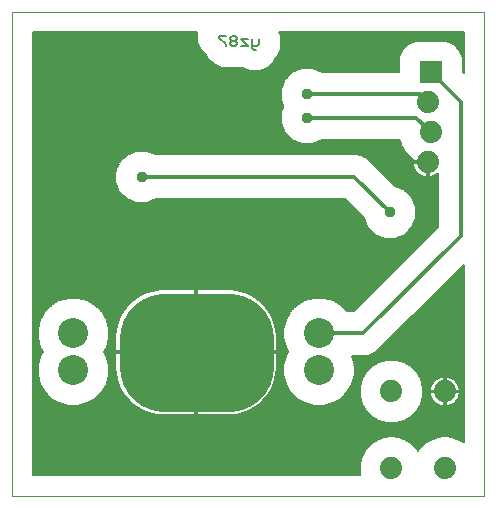
<source format=gbl>
G75*
%MOIN*%
%OFA0B0*%
%FSLAX25Y25*%
%IPPOS*%
%LPD*%
%AMOC8*
5,1,8,0,0,1.08239X$1,22.5*
%
%ADD10C,0.00000*%
%ADD11C,0.00600*%
%ADD12C,0.10000*%
%ADD13C,0.29528*%
%ADD14R,0.07400X0.07400*%
%ADD15C,0.07400*%
%ADD16C,0.01200*%
%ADD17C,0.03765*%
D10*
X0001300Y0013125D02*
X0001300Y0174542D01*
X0158780Y0174542D01*
X0158780Y0013125D01*
X0001300Y0013125D01*
D11*
X0008200Y0020025D02*
X0008200Y0167642D01*
X0063159Y0167642D01*
X0063159Y0164434D01*
X0064255Y0161788D01*
X0066123Y0159921D01*
X0066524Y0158952D01*
X0068549Y0156927D01*
X0071196Y0155831D01*
X0077859Y0155831D01*
X0077897Y0155793D01*
X0080544Y0154697D01*
X0083975Y0154697D01*
X0086621Y0155793D01*
X0088647Y0157818D01*
X0089048Y0158786D01*
X0089214Y0158952D01*
X0089781Y0159520D01*
X0090877Y0162166D01*
X0090877Y0166732D01*
X0090500Y0167642D01*
X0151880Y0167642D01*
X0151880Y0153966D01*
X0151534Y0154312D01*
X0151534Y0159378D01*
X0150483Y0161914D01*
X0148542Y0163855D01*
X0146006Y0164906D01*
X0135861Y0164906D01*
X0133325Y0163855D01*
X0131384Y0161914D01*
X0130334Y0159378D01*
X0130334Y0154483D01*
X0104569Y0154483D01*
X0101472Y0155766D01*
X0097978Y0155766D01*
X0094750Y0154428D01*
X0092280Y0151958D01*
X0090943Y0148730D01*
X0090943Y0145236D01*
X0091850Y0143046D01*
X0090943Y0140856D01*
X0090943Y0137362D01*
X0092280Y0134134D01*
X0094750Y0131663D01*
X0097978Y0130326D01*
X0101472Y0130326D01*
X0104569Y0131609D01*
X0130683Y0131609D01*
X0131056Y0130214D01*
X0132452Y0127797D01*
X0134425Y0125824D01*
X0135054Y0125460D01*
X0134934Y0124699D01*
X0134934Y0124606D01*
X0136535Y0124606D01*
X0136842Y0124428D01*
X0138419Y0124006D01*
X0134934Y0124006D01*
X0134934Y0123912D01*
X0135057Y0123135D01*
X0135300Y0122386D01*
X0135657Y0121685D01*
X0136120Y0121048D01*
X0136677Y0120492D01*
X0137313Y0120029D01*
X0138015Y0119672D01*
X0138763Y0119429D01*
X0139540Y0119306D01*
X0139634Y0119306D01*
X0139634Y0123706D01*
X0140234Y0123706D01*
X0140234Y0119306D01*
X0140327Y0119306D01*
X0141105Y0119429D01*
X0141853Y0119672D01*
X0142554Y0120029D01*
X0143191Y0120492D01*
X0143406Y0120707D01*
X0143406Y0102845D01*
X0115359Y0074798D01*
X0112991Y0074798D01*
X0110969Y0076820D01*
X0108255Y0078387D01*
X0105229Y0079198D01*
X0102096Y0079198D01*
X0099069Y0078387D01*
X0096355Y0076820D01*
X0094140Y0074605D01*
X0092573Y0071891D01*
X0091762Y0068865D01*
X0091762Y0065731D01*
X0092573Y0062705D01*
X0093444Y0061195D01*
X0092573Y0059686D01*
X0091762Y0056660D01*
X0091762Y0053526D01*
X0092573Y0050500D01*
X0094140Y0047786D01*
X0096355Y0045571D01*
X0099069Y0044004D01*
X0102096Y0043193D01*
X0105229Y0043193D01*
X0108255Y0044004D01*
X0110969Y0045571D01*
X0113185Y0047786D01*
X0114751Y0050500D01*
X0115562Y0053526D01*
X0115562Y0056660D01*
X0114751Y0059686D01*
X0114687Y0059798D01*
X0119957Y0059798D01*
X0122714Y0060940D01*
X0151880Y0090106D01*
X0151880Y0030965D01*
X0149725Y0032210D01*
X0147029Y0032932D01*
X0144238Y0032932D01*
X0141542Y0032210D01*
X0139125Y0030815D01*
X0137151Y0028841D01*
X0136733Y0028117D01*
X0136315Y0028841D01*
X0134342Y0030815D01*
X0131925Y0032210D01*
X0129229Y0032932D01*
X0126438Y0032932D01*
X0123742Y0032210D01*
X0121325Y0030815D01*
X0119351Y0028841D01*
X0117955Y0026424D01*
X0117233Y0023728D01*
X0117233Y0020937D01*
X0117478Y0020025D01*
X0008200Y0020025D01*
X0008200Y0020307D02*
X0117402Y0020307D01*
X0117242Y0020905D02*
X0008200Y0020905D01*
X0008200Y0021504D02*
X0117233Y0021504D01*
X0117233Y0022102D02*
X0008200Y0022102D01*
X0008200Y0022701D02*
X0117233Y0022701D01*
X0117233Y0023299D02*
X0008200Y0023299D01*
X0008200Y0023898D02*
X0117279Y0023898D01*
X0117439Y0024496D02*
X0008200Y0024496D01*
X0008200Y0025095D02*
X0117599Y0025095D01*
X0117760Y0025693D02*
X0008200Y0025693D01*
X0008200Y0026292D02*
X0117920Y0026292D01*
X0118225Y0026890D02*
X0008200Y0026890D01*
X0008200Y0027489D02*
X0118570Y0027489D01*
X0118916Y0028087D02*
X0008200Y0028087D01*
X0008200Y0028686D02*
X0119261Y0028686D01*
X0119794Y0029284D02*
X0008200Y0029284D01*
X0008200Y0029883D02*
X0120393Y0029883D01*
X0120991Y0030481D02*
X0008200Y0030481D01*
X0008200Y0031080D02*
X0121784Y0031080D01*
X0122821Y0031678D02*
X0008200Y0031678D01*
X0008200Y0032277D02*
X0123991Y0032277D01*
X0126225Y0032875D02*
X0008200Y0032875D01*
X0008200Y0033474D02*
X0151880Y0033474D01*
X0151880Y0032875D02*
X0147241Y0032875D01*
X0149475Y0032277D02*
X0151880Y0032277D01*
X0151880Y0031678D02*
X0150645Y0031678D01*
X0151682Y0031080D02*
X0151880Y0031080D01*
X0151880Y0034073D02*
X0008200Y0034073D01*
X0008200Y0034671D02*
X0151880Y0034671D01*
X0151880Y0035270D02*
X0008200Y0035270D01*
X0008200Y0035868D02*
X0151880Y0035868D01*
X0151880Y0036467D02*
X0008200Y0036467D01*
X0008200Y0037065D02*
X0151880Y0037065D01*
X0151880Y0037664D02*
X0130464Y0037664D01*
X0129229Y0037332D02*
X0131925Y0038055D01*
X0134342Y0039450D01*
X0136315Y0041424D01*
X0137711Y0043841D01*
X0138433Y0046537D01*
X0138433Y0049328D01*
X0137711Y0052024D01*
X0136315Y0054441D01*
X0134342Y0056415D01*
X0131925Y0057810D01*
X0129229Y0058532D01*
X0126438Y0058532D01*
X0123742Y0057810D01*
X0121325Y0056415D01*
X0119351Y0054441D01*
X0117955Y0052024D01*
X0117233Y0049328D01*
X0117233Y0046537D01*
X0117955Y0043841D01*
X0119351Y0041424D01*
X0121325Y0039450D01*
X0123742Y0038055D01*
X0126438Y0037332D01*
X0129229Y0037332D01*
X0132283Y0038262D02*
X0151880Y0038262D01*
X0151880Y0038861D02*
X0133320Y0038861D01*
X0134350Y0039459D02*
X0151880Y0039459D01*
X0151880Y0040058D02*
X0134949Y0040058D01*
X0135547Y0040656D02*
X0151880Y0040656D01*
X0151880Y0041255D02*
X0136146Y0041255D01*
X0136563Y0041853D02*
X0151880Y0041853D01*
X0151880Y0042452D02*
X0136909Y0042452D01*
X0137254Y0043050D02*
X0144496Y0043050D01*
X0144462Y0043056D02*
X0145240Y0042932D01*
X0145333Y0042932D01*
X0145333Y0047632D01*
X0145933Y0047632D01*
X0145933Y0042932D01*
X0146027Y0042932D01*
X0146804Y0043056D01*
X0147552Y0043299D01*
X0148254Y0043656D01*
X0148890Y0044119D01*
X0149447Y0044675D01*
X0149909Y0045312D01*
X0150267Y0046013D01*
X0150510Y0046762D01*
X0150633Y0047539D01*
X0150633Y0047632D01*
X0145933Y0047632D01*
X0145933Y0048232D01*
X0150633Y0048232D01*
X0150633Y0048326D01*
X0150510Y0049103D01*
X0150267Y0049852D01*
X0149909Y0050553D01*
X0149447Y0051190D01*
X0148890Y0051746D01*
X0148254Y0052209D01*
X0147552Y0052566D01*
X0146804Y0052809D01*
X0146027Y0052932D01*
X0145933Y0052932D01*
X0145933Y0048233D01*
X0145333Y0048233D01*
X0145333Y0052932D01*
X0145240Y0052932D01*
X0144462Y0052809D01*
X0143714Y0052566D01*
X0143012Y0052209D01*
X0142376Y0051746D01*
X0141819Y0051190D01*
X0141357Y0050553D01*
X0140999Y0049852D01*
X0140756Y0049103D01*
X0140633Y0048326D01*
X0140633Y0048232D01*
X0145333Y0048232D01*
X0145333Y0047632D01*
X0140633Y0047632D01*
X0140633Y0047539D01*
X0140756Y0046762D01*
X0140999Y0046013D01*
X0141357Y0045312D01*
X0141819Y0044675D01*
X0142376Y0044119D01*
X0143012Y0043656D01*
X0143714Y0043299D01*
X0144462Y0043056D01*
X0145333Y0043050D02*
X0145933Y0043050D01*
X0145933Y0043649D02*
X0145333Y0043649D01*
X0145333Y0044247D02*
X0145933Y0044247D01*
X0145933Y0044846D02*
X0145333Y0044846D01*
X0145333Y0045444D02*
X0145933Y0045444D01*
X0145933Y0046043D02*
X0145333Y0046043D01*
X0145333Y0046641D02*
X0145933Y0046641D01*
X0145933Y0047240D02*
X0145333Y0047240D01*
X0145333Y0047838D02*
X0138433Y0047838D01*
X0138433Y0047240D02*
X0140680Y0047240D01*
X0140795Y0046641D02*
X0138433Y0046641D01*
X0138301Y0046043D02*
X0140990Y0046043D01*
X0141289Y0045444D02*
X0138140Y0045444D01*
X0137980Y0044846D02*
X0141695Y0044846D01*
X0142247Y0044247D02*
X0137820Y0044247D01*
X0137600Y0043649D02*
X0143027Y0043649D01*
X0146770Y0043050D02*
X0151880Y0043050D01*
X0151880Y0043649D02*
X0148239Y0043649D01*
X0149019Y0044247D02*
X0151880Y0044247D01*
X0151880Y0044846D02*
X0149571Y0044846D01*
X0149977Y0045444D02*
X0151880Y0045444D01*
X0151880Y0046043D02*
X0150276Y0046043D01*
X0150471Y0046641D02*
X0151880Y0046641D01*
X0151880Y0047240D02*
X0150586Y0047240D01*
X0150616Y0048437D02*
X0151880Y0048437D01*
X0151880Y0049035D02*
X0150521Y0049035D01*
X0150338Y0049634D02*
X0151880Y0049634D01*
X0151880Y0050232D02*
X0150073Y0050232D01*
X0149708Y0050831D02*
X0151880Y0050831D01*
X0151880Y0051429D02*
X0149207Y0051429D01*
X0148503Y0052028D02*
X0151880Y0052028D01*
X0151880Y0052626D02*
X0147367Y0052626D01*
X0145933Y0052626D02*
X0145333Y0052626D01*
X0145333Y0052028D02*
X0145933Y0052028D01*
X0145933Y0051429D02*
X0145333Y0051429D01*
X0145333Y0050831D02*
X0145933Y0050831D01*
X0145933Y0050232D02*
X0145333Y0050232D01*
X0145333Y0049634D02*
X0145933Y0049634D01*
X0145933Y0049035D02*
X0145333Y0049035D01*
X0145333Y0048437D02*
X0145933Y0048437D01*
X0145933Y0047838D02*
X0151880Y0047838D01*
X0151880Y0053225D02*
X0137017Y0053225D01*
X0136672Y0053823D02*
X0151880Y0053823D01*
X0151880Y0054422D02*
X0136326Y0054422D01*
X0135736Y0055020D02*
X0151880Y0055020D01*
X0151880Y0055619D02*
X0135137Y0055619D01*
X0134539Y0056217D02*
X0151880Y0056217D01*
X0151880Y0056816D02*
X0133646Y0056816D01*
X0132610Y0057414D02*
X0151880Y0057414D01*
X0151880Y0058013D02*
X0131167Y0058013D01*
X0125174Y0063400D02*
X0151880Y0063400D01*
X0151880Y0063998D02*
X0125772Y0063998D01*
X0126371Y0064597D02*
X0151880Y0064597D01*
X0151880Y0065195D02*
X0126969Y0065195D01*
X0127568Y0065794D02*
X0151880Y0065794D01*
X0151880Y0066392D02*
X0128166Y0066392D01*
X0128765Y0066991D02*
X0151880Y0066991D01*
X0151880Y0067589D02*
X0129363Y0067589D01*
X0129962Y0068188D02*
X0151880Y0068188D01*
X0151880Y0068786D02*
X0130560Y0068786D01*
X0131159Y0069385D02*
X0151880Y0069385D01*
X0151880Y0069983D02*
X0131757Y0069983D01*
X0132356Y0070582D02*
X0151880Y0070582D01*
X0151880Y0071180D02*
X0132954Y0071180D01*
X0133553Y0071779D02*
X0151880Y0071779D01*
X0151880Y0072377D02*
X0134151Y0072377D01*
X0134750Y0072976D02*
X0151880Y0072976D01*
X0151880Y0073574D02*
X0135348Y0073574D01*
X0135947Y0074173D02*
X0151880Y0074173D01*
X0151880Y0074771D02*
X0136545Y0074771D01*
X0137144Y0075370D02*
X0151880Y0075370D01*
X0151880Y0075968D02*
X0137742Y0075968D01*
X0138341Y0076567D02*
X0151880Y0076567D01*
X0151880Y0077165D02*
X0138939Y0077165D01*
X0139538Y0077764D02*
X0151880Y0077764D01*
X0151880Y0078362D02*
X0140136Y0078362D01*
X0140735Y0078961D02*
X0151880Y0078961D01*
X0151880Y0079559D02*
X0141333Y0079559D01*
X0141932Y0080158D02*
X0151880Y0080158D01*
X0151880Y0080756D02*
X0142530Y0080756D01*
X0143129Y0081355D02*
X0151880Y0081355D01*
X0151880Y0081953D02*
X0143728Y0081953D01*
X0144326Y0082552D02*
X0151880Y0082552D01*
X0151880Y0083150D02*
X0144925Y0083150D01*
X0145523Y0083749D02*
X0151880Y0083749D01*
X0151880Y0084347D02*
X0146122Y0084347D01*
X0146720Y0084946D02*
X0151880Y0084946D01*
X0151880Y0085544D02*
X0147319Y0085544D01*
X0147917Y0086143D02*
X0151880Y0086143D01*
X0151880Y0086742D02*
X0148516Y0086742D01*
X0149114Y0087340D02*
X0151880Y0087340D01*
X0151880Y0087939D02*
X0149713Y0087939D01*
X0150311Y0088537D02*
X0151880Y0088537D01*
X0151880Y0089136D02*
X0150910Y0089136D01*
X0151508Y0089734D02*
X0151880Y0089734D01*
X0141068Y0100507D02*
X0132599Y0100507D01*
X0132259Y0100167D02*
X0134730Y0102638D01*
X0136067Y0105866D01*
X0136067Y0109360D01*
X0134730Y0112588D01*
X0132259Y0115058D01*
X0129163Y0116341D01*
X0119722Y0125782D01*
X0116965Y0126924D01*
X0049451Y0126924D01*
X0046354Y0128206D01*
X0042860Y0128206D01*
X0039632Y0126869D01*
X0037161Y0124399D01*
X0035824Y0121171D01*
X0035824Y0117677D01*
X0037161Y0114449D01*
X0039632Y0111978D01*
X0042860Y0110641D01*
X0046354Y0110641D01*
X0049451Y0111924D01*
X0112367Y0111924D01*
X0118556Y0105734D01*
X0119839Y0102638D01*
X0122309Y0100167D01*
X0125537Y0098830D01*
X0129031Y0098830D01*
X0132259Y0100167D01*
X0131635Y0099909D02*
X0140470Y0099909D01*
X0139871Y0099310D02*
X0130190Y0099310D01*
X0133198Y0101106D02*
X0141667Y0101106D01*
X0142265Y0101704D02*
X0133796Y0101704D01*
X0134395Y0102303D02*
X0142864Y0102303D01*
X0143406Y0102901D02*
X0134839Y0102901D01*
X0135087Y0103500D02*
X0143406Y0103500D01*
X0143406Y0104098D02*
X0135335Y0104098D01*
X0135583Y0104697D02*
X0143406Y0104697D01*
X0143406Y0105295D02*
X0135831Y0105295D01*
X0136067Y0105894D02*
X0143406Y0105894D01*
X0143406Y0106492D02*
X0136067Y0106492D01*
X0136067Y0107091D02*
X0143406Y0107091D01*
X0143406Y0107689D02*
X0136067Y0107689D01*
X0136067Y0108288D02*
X0143406Y0108288D01*
X0143406Y0108886D02*
X0136067Y0108886D01*
X0136015Y0109485D02*
X0143406Y0109485D01*
X0143406Y0110083D02*
X0135767Y0110083D01*
X0135519Y0110682D02*
X0143406Y0110682D01*
X0143406Y0111280D02*
X0135271Y0111280D01*
X0135023Y0111879D02*
X0143406Y0111879D01*
X0143406Y0112477D02*
X0134776Y0112477D01*
X0134242Y0113076D02*
X0143406Y0113076D01*
X0143406Y0113675D02*
X0133643Y0113675D01*
X0133045Y0114273D02*
X0143406Y0114273D01*
X0143406Y0114872D02*
X0132446Y0114872D01*
X0131265Y0115470D02*
X0143406Y0115470D01*
X0143406Y0116069D02*
X0129820Y0116069D01*
X0128837Y0116667D02*
X0143406Y0116667D01*
X0143406Y0117266D02*
X0128238Y0117266D01*
X0127640Y0117864D02*
X0143406Y0117864D01*
X0143406Y0118463D02*
X0127041Y0118463D01*
X0126443Y0119061D02*
X0143406Y0119061D01*
X0143406Y0119660D02*
X0141815Y0119660D01*
X0142869Y0120258D02*
X0143406Y0120258D01*
X0140234Y0120258D02*
X0139634Y0120258D01*
X0139634Y0119660D02*
X0140234Y0119660D01*
X0140234Y0120857D02*
X0139634Y0120857D01*
X0139634Y0121455D02*
X0140234Y0121455D01*
X0140234Y0122054D02*
X0139634Y0122054D01*
X0139634Y0122652D02*
X0140234Y0122652D01*
X0140234Y0123251D02*
X0139634Y0123251D01*
X0136808Y0124448D02*
X0121056Y0124448D01*
X0120457Y0125046D02*
X0134989Y0125046D01*
X0134735Y0125645D02*
X0119859Y0125645D01*
X0118608Y0126243D02*
X0134006Y0126243D01*
X0133407Y0126842D02*
X0117163Y0126842D01*
X0121654Y0123849D02*
X0134944Y0123849D01*
X0135039Y0123251D02*
X0122253Y0123251D01*
X0122851Y0122652D02*
X0135214Y0122652D01*
X0135470Y0122054D02*
X0123450Y0122054D01*
X0124048Y0121455D02*
X0135825Y0121455D01*
X0136312Y0120857D02*
X0124647Y0120857D01*
X0125245Y0120258D02*
X0136998Y0120258D01*
X0138053Y0119660D02*
X0125844Y0119660D01*
X0132809Y0127440D02*
X0048204Y0127440D01*
X0046759Y0128039D02*
X0132312Y0128039D01*
X0131967Y0128637D02*
X0008200Y0128637D01*
X0008200Y0128039D02*
X0042455Y0128039D01*
X0041010Y0127440D02*
X0008200Y0127440D01*
X0008200Y0126842D02*
X0039604Y0126842D01*
X0039006Y0126243D02*
X0008200Y0126243D01*
X0008200Y0125645D02*
X0038407Y0125645D01*
X0037809Y0125046D02*
X0008200Y0125046D01*
X0008200Y0124448D02*
X0037210Y0124448D01*
X0036934Y0123849D02*
X0008200Y0123849D01*
X0008200Y0123251D02*
X0036686Y0123251D01*
X0036438Y0122652D02*
X0008200Y0122652D01*
X0008200Y0122054D02*
X0036190Y0122054D01*
X0035942Y0121455D02*
X0008200Y0121455D01*
X0008200Y0120857D02*
X0035824Y0120857D01*
X0035824Y0120258D02*
X0008200Y0120258D01*
X0008200Y0119660D02*
X0035824Y0119660D01*
X0035824Y0119061D02*
X0008200Y0119061D01*
X0008200Y0118463D02*
X0035824Y0118463D01*
X0035824Y0117864D02*
X0008200Y0117864D01*
X0008200Y0117266D02*
X0035995Y0117266D01*
X0036243Y0116667D02*
X0008200Y0116667D01*
X0008200Y0116069D02*
X0036491Y0116069D01*
X0036738Y0115470D02*
X0008200Y0115470D01*
X0008200Y0114872D02*
X0036986Y0114872D01*
X0037337Y0114273D02*
X0008200Y0114273D01*
X0008200Y0113675D02*
X0037936Y0113675D01*
X0038534Y0113076D02*
X0008200Y0113076D01*
X0008200Y0112477D02*
X0039133Y0112477D01*
X0039872Y0111879D02*
X0008200Y0111879D01*
X0008200Y0111280D02*
X0041317Y0111280D01*
X0042762Y0110682D02*
X0008200Y0110682D01*
X0008200Y0110083D02*
X0114207Y0110083D01*
X0114806Y0109485D02*
X0008200Y0109485D01*
X0008200Y0108886D02*
X0115404Y0108886D01*
X0116003Y0108288D02*
X0008200Y0108288D01*
X0008200Y0107689D02*
X0116601Y0107689D01*
X0117200Y0107091D02*
X0008200Y0107091D01*
X0008200Y0106492D02*
X0117798Y0106492D01*
X0118397Y0105894D02*
X0008200Y0105894D01*
X0008200Y0105295D02*
X0118738Y0105295D01*
X0118986Y0104697D02*
X0008200Y0104697D01*
X0008200Y0104098D02*
X0119234Y0104098D01*
X0119482Y0103500D02*
X0008200Y0103500D01*
X0008200Y0102901D02*
X0119730Y0102901D01*
X0120174Y0102303D02*
X0008200Y0102303D01*
X0008200Y0101704D02*
X0120772Y0101704D01*
X0121371Y0101106D02*
X0008200Y0101106D01*
X0008200Y0100507D02*
X0121969Y0100507D01*
X0122933Y0099909D02*
X0008200Y0099909D01*
X0008200Y0099310D02*
X0124378Y0099310D01*
X0132091Y0091530D02*
X0008200Y0091530D01*
X0008200Y0092128D02*
X0132689Y0092128D01*
X0133288Y0092727D02*
X0008200Y0092727D01*
X0008200Y0093325D02*
X0133886Y0093325D01*
X0134485Y0093924D02*
X0008200Y0093924D01*
X0008200Y0094522D02*
X0135083Y0094522D01*
X0135682Y0095121D02*
X0008200Y0095121D01*
X0008200Y0095719D02*
X0136280Y0095719D01*
X0136879Y0096318D02*
X0008200Y0096318D01*
X0008200Y0096916D02*
X0137477Y0096916D01*
X0138076Y0097515D02*
X0008200Y0097515D01*
X0008200Y0098113D02*
X0138674Y0098113D01*
X0139273Y0098712D02*
X0008200Y0098712D01*
X0008200Y0090931D02*
X0131492Y0090931D01*
X0130893Y0090333D02*
X0008200Y0090333D01*
X0008200Y0089734D02*
X0130295Y0089734D01*
X0129696Y0089136D02*
X0008200Y0089136D01*
X0008200Y0088537D02*
X0129098Y0088537D01*
X0128499Y0087939D02*
X0008200Y0087939D01*
X0008200Y0087340D02*
X0127901Y0087340D01*
X0127302Y0086742D02*
X0008200Y0086742D01*
X0008200Y0086143D02*
X0126704Y0086143D01*
X0126105Y0085544D02*
X0008200Y0085544D01*
X0008200Y0084946D02*
X0125507Y0084946D01*
X0124908Y0084347D02*
X0008200Y0084347D01*
X0008200Y0083749D02*
X0124310Y0083749D01*
X0123711Y0083150D02*
X0008200Y0083150D01*
X0008200Y0082552D02*
X0123113Y0082552D01*
X0122514Y0081953D02*
X0074640Y0081953D01*
X0074333Y0081984D02*
X0063017Y0081984D01*
X0063017Y0061299D01*
X0062417Y0061299D01*
X0062417Y0081984D01*
X0051101Y0081984D01*
X0049531Y0081829D01*
X0047983Y0081521D01*
X0046472Y0081063D01*
X0045014Y0080459D01*
X0043622Y0079715D01*
X0042310Y0078838D01*
X0041090Y0077837D01*
X0039974Y0076721D01*
X0038972Y0075501D01*
X0038096Y0074188D01*
X0037352Y0072796D01*
X0036748Y0071338D01*
X0036289Y0069828D01*
X0035981Y0068280D01*
X0035827Y0066709D01*
X0035827Y0061299D01*
X0062417Y0061299D01*
X0062417Y0060699D01*
X0035827Y0060699D01*
X0035827Y0055288D01*
X0035981Y0053717D01*
X0036289Y0052169D01*
X0036748Y0050659D01*
X0037352Y0049201D01*
X0038096Y0047809D01*
X0038972Y0046497D01*
X0039974Y0045277D01*
X0041090Y0044161D01*
X0042310Y0043159D01*
X0043622Y0042282D01*
X0045014Y0041538D01*
X0046472Y0040934D01*
X0047983Y0040476D01*
X0049531Y0040168D01*
X0051101Y0040014D01*
X0062417Y0040014D01*
X0062417Y0060699D01*
X0063017Y0060699D01*
X0063017Y0061299D01*
X0089608Y0061299D01*
X0089608Y0066709D01*
X0089453Y0068280D01*
X0089145Y0069828D01*
X0088687Y0071338D01*
X0088083Y0072796D01*
X0087339Y0074188D01*
X0086462Y0075501D01*
X0085461Y0076721D01*
X0084345Y0077837D01*
X0083125Y0078838D01*
X0081812Y0079715D01*
X0080421Y0080459D01*
X0078962Y0081063D01*
X0077452Y0081521D01*
X0075904Y0081829D01*
X0074333Y0081984D01*
X0078000Y0081355D02*
X0121916Y0081355D01*
X0121317Y0080756D02*
X0079702Y0080756D01*
X0080984Y0080158D02*
X0120719Y0080158D01*
X0120120Y0079559D02*
X0082045Y0079559D01*
X0082941Y0078961D02*
X0101211Y0078961D01*
X0099027Y0078362D02*
X0083704Y0078362D01*
X0084418Y0077764D02*
X0097990Y0077764D01*
X0096953Y0077165D02*
X0085016Y0077165D01*
X0085587Y0076567D02*
X0096102Y0076567D01*
X0095504Y0075968D02*
X0086078Y0075968D01*
X0086550Y0075370D02*
X0094905Y0075370D01*
X0094307Y0074771D02*
X0086950Y0074771D01*
X0087347Y0074173D02*
X0093891Y0074173D01*
X0093545Y0073574D02*
X0087667Y0073574D01*
X0087987Y0072976D02*
X0093199Y0072976D01*
X0092854Y0072377D02*
X0088257Y0072377D01*
X0088505Y0071779D02*
X0092543Y0071779D01*
X0092383Y0071180D02*
X0088735Y0071180D01*
X0088917Y0070582D02*
X0092222Y0070582D01*
X0092062Y0069983D02*
X0089098Y0069983D01*
X0089233Y0069385D02*
X0091902Y0069385D01*
X0091762Y0068786D02*
X0089352Y0068786D01*
X0089462Y0068188D02*
X0091762Y0068188D01*
X0091762Y0067589D02*
X0089521Y0067589D01*
X0089580Y0066991D02*
X0091762Y0066991D01*
X0091762Y0066392D02*
X0089608Y0066392D01*
X0089608Y0065794D02*
X0091762Y0065794D01*
X0091906Y0065195D02*
X0089608Y0065195D01*
X0089608Y0064597D02*
X0092066Y0064597D01*
X0092227Y0063998D02*
X0089608Y0063998D01*
X0089608Y0063400D02*
X0092387Y0063400D01*
X0092547Y0062801D02*
X0089608Y0062801D01*
X0089608Y0062203D02*
X0092863Y0062203D01*
X0093209Y0061604D02*
X0089608Y0061604D01*
X0089608Y0060699D02*
X0063017Y0060699D01*
X0063017Y0040014D01*
X0074333Y0040014D01*
X0075904Y0040168D01*
X0077452Y0040476D01*
X0078962Y0040934D01*
X0080421Y0041538D01*
X0081812Y0042282D01*
X0083125Y0043159D01*
X0084345Y0044161D01*
X0085461Y0045277D01*
X0086462Y0046497D01*
X0087339Y0047809D01*
X0088083Y0049201D01*
X0088687Y0050659D01*
X0089145Y0052169D01*
X0089453Y0053717D01*
X0089608Y0055288D01*
X0089608Y0060699D01*
X0089608Y0060407D02*
X0092989Y0060407D01*
X0092644Y0059809D02*
X0089608Y0059809D01*
X0089608Y0059210D02*
X0092446Y0059210D01*
X0092285Y0058611D02*
X0089608Y0058611D01*
X0089608Y0058013D02*
X0092125Y0058013D01*
X0091964Y0057414D02*
X0089608Y0057414D01*
X0089608Y0056816D02*
X0091804Y0056816D01*
X0091762Y0056217D02*
X0089608Y0056217D01*
X0089608Y0055619D02*
X0091762Y0055619D01*
X0091762Y0055020D02*
X0089581Y0055020D01*
X0089523Y0054422D02*
X0091762Y0054422D01*
X0091762Y0053823D02*
X0089464Y0053823D01*
X0089355Y0053225D02*
X0091843Y0053225D01*
X0092003Y0052626D02*
X0089236Y0052626D01*
X0089102Y0052028D02*
X0092164Y0052028D01*
X0092324Y0051429D02*
X0088921Y0051429D01*
X0088739Y0050831D02*
X0092484Y0050831D01*
X0092728Y0050232D02*
X0088510Y0050232D01*
X0088262Y0049634D02*
X0093073Y0049634D01*
X0093419Y0049035D02*
X0087995Y0049035D01*
X0087675Y0048437D02*
X0093764Y0048437D01*
X0094110Y0047838D02*
X0087355Y0047838D01*
X0086959Y0047240D02*
X0094686Y0047240D01*
X0095285Y0046641D02*
X0086559Y0046641D01*
X0086090Y0046043D02*
X0095883Y0046043D01*
X0096575Y0045444D02*
X0085598Y0045444D01*
X0085030Y0044846D02*
X0097611Y0044846D01*
X0098648Y0044247D02*
X0084432Y0044247D01*
X0083721Y0043649D02*
X0100395Y0043649D01*
X0106929Y0043649D02*
X0118066Y0043649D01*
X0117847Y0044247D02*
X0108677Y0044247D01*
X0109713Y0044846D02*
X0117686Y0044846D01*
X0117526Y0045444D02*
X0110750Y0045444D01*
X0111441Y0046043D02*
X0117365Y0046043D01*
X0117233Y0046641D02*
X0112039Y0046641D01*
X0112638Y0047240D02*
X0117233Y0047240D01*
X0117233Y0047838D02*
X0113215Y0047838D01*
X0113560Y0048437D02*
X0117233Y0048437D01*
X0117233Y0049035D02*
X0113906Y0049035D01*
X0114251Y0049634D02*
X0117315Y0049634D01*
X0117475Y0050232D02*
X0114597Y0050232D01*
X0114840Y0050831D02*
X0117636Y0050831D01*
X0117796Y0051429D02*
X0115000Y0051429D01*
X0115161Y0052028D02*
X0117958Y0052028D01*
X0118303Y0052626D02*
X0115321Y0052626D01*
X0115481Y0053225D02*
X0118649Y0053225D01*
X0118994Y0053823D02*
X0115562Y0053823D01*
X0115562Y0054422D02*
X0119340Y0054422D01*
X0119930Y0055020D02*
X0115562Y0055020D01*
X0115562Y0055619D02*
X0120529Y0055619D01*
X0121127Y0056217D02*
X0115562Y0056217D01*
X0115520Y0056816D02*
X0122020Y0056816D01*
X0123056Y0057414D02*
X0115360Y0057414D01*
X0115200Y0058013D02*
X0124499Y0058013D01*
X0122780Y0061006D02*
X0151880Y0061006D01*
X0151880Y0061604D02*
X0123378Y0061604D01*
X0123977Y0062203D02*
X0151880Y0062203D01*
X0151880Y0062801D02*
X0124575Y0062801D01*
X0121428Y0060407D02*
X0151880Y0060407D01*
X0151880Y0059809D02*
X0119983Y0059809D01*
X0115039Y0058611D02*
X0151880Y0058611D01*
X0151880Y0059210D02*
X0114879Y0059210D01*
X0115931Y0075370D02*
X0112419Y0075370D01*
X0111821Y0075968D02*
X0116529Y0075968D01*
X0117128Y0076567D02*
X0111222Y0076567D01*
X0110371Y0077165D02*
X0117726Y0077165D01*
X0118325Y0077764D02*
X0109335Y0077764D01*
X0108298Y0078362D02*
X0118923Y0078362D01*
X0119522Y0078961D02*
X0106113Y0078961D01*
X0093335Y0061006D02*
X0063017Y0061006D01*
X0063017Y0061604D02*
X0062417Y0061604D01*
X0062417Y0061006D02*
X0032100Y0061006D01*
X0031990Y0061195D02*
X0032861Y0059686D01*
X0033672Y0056660D01*
X0033672Y0053526D01*
X0032861Y0050500D01*
X0031295Y0047786D01*
X0029079Y0045571D01*
X0026366Y0044004D01*
X0023339Y0043193D01*
X0020206Y0043193D01*
X0017179Y0044004D01*
X0014466Y0045571D01*
X0012250Y0047786D01*
X0010683Y0050500D01*
X0009872Y0053526D01*
X0009872Y0056660D01*
X0010683Y0059686D01*
X0011555Y0061195D01*
X0010683Y0062705D01*
X0009872Y0065731D01*
X0009872Y0068865D01*
X0010683Y0071891D01*
X0012250Y0074605D01*
X0014466Y0076820D01*
X0017179Y0078387D01*
X0020206Y0079198D01*
X0023339Y0079198D01*
X0026366Y0078387D01*
X0029079Y0076820D01*
X0031295Y0074605D01*
X0032861Y0071891D01*
X0033672Y0068865D01*
X0033672Y0065731D01*
X0032861Y0062705D01*
X0031990Y0061195D01*
X0032226Y0061604D02*
X0035827Y0061604D01*
X0035827Y0062203D02*
X0032572Y0062203D01*
X0032887Y0062801D02*
X0035827Y0062801D01*
X0035827Y0063400D02*
X0033048Y0063400D01*
X0033208Y0063998D02*
X0035827Y0063998D01*
X0035827Y0064597D02*
X0033368Y0064597D01*
X0033529Y0065195D02*
X0035827Y0065195D01*
X0035827Y0065794D02*
X0033672Y0065794D01*
X0033672Y0066392D02*
X0035827Y0066392D01*
X0035855Y0066991D02*
X0033672Y0066991D01*
X0033672Y0067589D02*
X0035913Y0067589D01*
X0035972Y0068188D02*
X0033672Y0068188D01*
X0033672Y0068786D02*
X0036082Y0068786D01*
X0036201Y0069385D02*
X0033533Y0069385D01*
X0033373Y0069983D02*
X0036337Y0069983D01*
X0036518Y0070582D02*
X0033212Y0070582D01*
X0033052Y0071180D02*
X0036700Y0071180D01*
X0036930Y0071779D02*
X0032892Y0071779D01*
X0032581Y0072377D02*
X0037178Y0072377D01*
X0037447Y0072976D02*
X0032235Y0072976D01*
X0031890Y0073574D02*
X0037767Y0073574D01*
X0038087Y0074173D02*
X0031544Y0074173D01*
X0031128Y0074771D02*
X0038485Y0074771D01*
X0038885Y0075370D02*
X0030530Y0075370D01*
X0029931Y0075968D02*
X0039356Y0075968D01*
X0039847Y0076567D02*
X0029333Y0076567D01*
X0028481Y0077165D02*
X0040418Y0077165D01*
X0041017Y0077764D02*
X0027445Y0077764D01*
X0026408Y0078362D02*
X0041730Y0078362D01*
X0042494Y0078961D02*
X0024223Y0078961D01*
X0019321Y0078961D02*
X0008200Y0078961D01*
X0008200Y0079559D02*
X0043389Y0079559D01*
X0044451Y0080158D02*
X0008200Y0080158D01*
X0008200Y0080756D02*
X0045732Y0080756D01*
X0047435Y0081355D02*
X0008200Y0081355D01*
X0008200Y0081953D02*
X0050794Y0081953D01*
X0062417Y0081953D02*
X0063017Y0081953D01*
X0063017Y0081355D02*
X0062417Y0081355D01*
X0062417Y0080756D02*
X0063017Y0080756D01*
X0063017Y0080158D02*
X0062417Y0080158D01*
X0062417Y0079559D02*
X0063017Y0079559D01*
X0063017Y0078961D02*
X0062417Y0078961D01*
X0062417Y0078362D02*
X0063017Y0078362D01*
X0063017Y0077764D02*
X0062417Y0077764D01*
X0062417Y0077165D02*
X0063017Y0077165D01*
X0063017Y0076567D02*
X0062417Y0076567D01*
X0062417Y0075968D02*
X0063017Y0075968D01*
X0063017Y0075370D02*
X0062417Y0075370D01*
X0062417Y0074771D02*
X0063017Y0074771D01*
X0063017Y0074173D02*
X0062417Y0074173D01*
X0062417Y0073574D02*
X0063017Y0073574D01*
X0063017Y0072976D02*
X0062417Y0072976D01*
X0062417Y0072377D02*
X0063017Y0072377D01*
X0063017Y0071779D02*
X0062417Y0071779D01*
X0062417Y0071180D02*
X0063017Y0071180D01*
X0063017Y0070582D02*
X0062417Y0070582D01*
X0062417Y0069983D02*
X0063017Y0069983D01*
X0063017Y0069385D02*
X0062417Y0069385D01*
X0062417Y0068786D02*
X0063017Y0068786D01*
X0063017Y0068188D02*
X0062417Y0068188D01*
X0062417Y0067589D02*
X0063017Y0067589D01*
X0063017Y0066991D02*
X0062417Y0066991D01*
X0062417Y0066392D02*
X0063017Y0066392D01*
X0063017Y0065794D02*
X0062417Y0065794D01*
X0062417Y0065195D02*
X0063017Y0065195D01*
X0063017Y0064597D02*
X0062417Y0064597D01*
X0062417Y0063998D02*
X0063017Y0063998D01*
X0063017Y0063400D02*
X0062417Y0063400D01*
X0062417Y0062801D02*
X0063017Y0062801D01*
X0063017Y0062203D02*
X0062417Y0062203D01*
X0062417Y0060407D02*
X0063017Y0060407D01*
X0063017Y0059809D02*
X0062417Y0059809D01*
X0062417Y0059210D02*
X0063017Y0059210D01*
X0063017Y0058611D02*
X0062417Y0058611D01*
X0062417Y0058013D02*
X0063017Y0058013D01*
X0063017Y0057414D02*
X0062417Y0057414D01*
X0062417Y0056816D02*
X0063017Y0056816D01*
X0063017Y0056217D02*
X0062417Y0056217D01*
X0062417Y0055619D02*
X0063017Y0055619D01*
X0063017Y0055020D02*
X0062417Y0055020D01*
X0062417Y0054422D02*
X0063017Y0054422D01*
X0063017Y0053823D02*
X0062417Y0053823D01*
X0062417Y0053225D02*
X0063017Y0053225D01*
X0063017Y0052626D02*
X0062417Y0052626D01*
X0062417Y0052028D02*
X0063017Y0052028D01*
X0063017Y0051429D02*
X0062417Y0051429D01*
X0062417Y0050831D02*
X0063017Y0050831D01*
X0063017Y0050232D02*
X0062417Y0050232D01*
X0062417Y0049634D02*
X0063017Y0049634D01*
X0063017Y0049035D02*
X0062417Y0049035D01*
X0062417Y0048437D02*
X0063017Y0048437D01*
X0063017Y0047838D02*
X0062417Y0047838D01*
X0062417Y0047240D02*
X0063017Y0047240D01*
X0063017Y0046641D02*
X0062417Y0046641D01*
X0062417Y0046043D02*
X0063017Y0046043D01*
X0063017Y0045444D02*
X0062417Y0045444D01*
X0062417Y0044846D02*
X0063017Y0044846D01*
X0063017Y0044247D02*
X0062417Y0044247D01*
X0062417Y0043649D02*
X0063017Y0043649D01*
X0063017Y0043050D02*
X0062417Y0043050D01*
X0062417Y0042452D02*
X0063017Y0042452D01*
X0063017Y0041853D02*
X0062417Y0041853D01*
X0062417Y0041255D02*
X0063017Y0041255D01*
X0063017Y0040656D02*
X0062417Y0040656D01*
X0062417Y0040058D02*
X0063017Y0040058D01*
X0074780Y0040058D02*
X0120717Y0040058D01*
X0120119Y0040656D02*
X0078045Y0040656D01*
X0079736Y0041255D02*
X0119520Y0041255D01*
X0119103Y0041853D02*
X0081009Y0041853D01*
X0082066Y0042452D02*
X0118758Y0042452D01*
X0118412Y0043050D02*
X0082962Y0043050D01*
X0050654Y0040058D02*
X0008200Y0040058D01*
X0008200Y0040656D02*
X0047390Y0040656D01*
X0045699Y0041255D02*
X0008200Y0041255D01*
X0008200Y0041853D02*
X0044425Y0041853D01*
X0043369Y0042452D02*
X0008200Y0042452D01*
X0008200Y0043050D02*
X0042473Y0043050D01*
X0041713Y0043649D02*
X0025039Y0043649D01*
X0026787Y0044247D02*
X0041003Y0044247D01*
X0040405Y0044846D02*
X0027823Y0044846D01*
X0028860Y0045444D02*
X0039836Y0045444D01*
X0039345Y0046043D02*
X0029551Y0046043D01*
X0030150Y0046641D02*
X0038876Y0046641D01*
X0038476Y0047240D02*
X0030748Y0047240D01*
X0031325Y0047838D02*
X0038080Y0047838D01*
X0037760Y0048437D02*
X0031670Y0048437D01*
X0032016Y0049035D02*
X0037440Y0049035D01*
X0037172Y0049634D02*
X0032361Y0049634D01*
X0032707Y0050232D02*
X0036924Y0050232D01*
X0036695Y0050831D02*
X0032950Y0050831D01*
X0033111Y0051429D02*
X0036514Y0051429D01*
X0036332Y0052028D02*
X0033271Y0052028D01*
X0033431Y0052626D02*
X0036198Y0052626D01*
X0036079Y0053225D02*
X0033592Y0053225D01*
X0033672Y0053823D02*
X0035971Y0053823D01*
X0035912Y0054422D02*
X0033672Y0054422D01*
X0033672Y0055020D02*
X0035853Y0055020D01*
X0035827Y0055619D02*
X0033672Y0055619D01*
X0033672Y0056217D02*
X0035827Y0056217D01*
X0035827Y0056816D02*
X0033631Y0056816D01*
X0033470Y0057414D02*
X0035827Y0057414D01*
X0035827Y0058013D02*
X0033310Y0058013D01*
X0033149Y0058611D02*
X0035827Y0058611D01*
X0035827Y0059210D02*
X0032989Y0059210D01*
X0032791Y0059809D02*
X0035827Y0059809D01*
X0035827Y0060407D02*
X0032445Y0060407D01*
X0018506Y0043649D02*
X0008200Y0043649D01*
X0008200Y0044247D02*
X0016758Y0044247D01*
X0015721Y0044846D02*
X0008200Y0044846D01*
X0008200Y0045444D02*
X0014685Y0045444D01*
X0013994Y0046043D02*
X0008200Y0046043D01*
X0008200Y0046641D02*
X0013395Y0046641D01*
X0012797Y0047240D02*
X0008200Y0047240D01*
X0008200Y0047838D02*
X0012220Y0047838D01*
X0011875Y0048437D02*
X0008200Y0048437D01*
X0008200Y0049035D02*
X0011529Y0049035D01*
X0011183Y0049634D02*
X0008200Y0049634D01*
X0008200Y0050232D02*
X0010838Y0050232D01*
X0010595Y0050831D02*
X0008200Y0050831D01*
X0008200Y0051429D02*
X0010434Y0051429D01*
X0010274Y0052028D02*
X0008200Y0052028D01*
X0008200Y0052626D02*
X0010114Y0052626D01*
X0009953Y0053225D02*
X0008200Y0053225D01*
X0008200Y0053823D02*
X0009872Y0053823D01*
X0009872Y0054422D02*
X0008200Y0054422D01*
X0008200Y0055020D02*
X0009872Y0055020D01*
X0009872Y0055619D02*
X0008200Y0055619D01*
X0008200Y0056217D02*
X0009872Y0056217D01*
X0009914Y0056816D02*
X0008200Y0056816D01*
X0008200Y0057414D02*
X0010075Y0057414D01*
X0010235Y0058013D02*
X0008200Y0058013D01*
X0008200Y0058611D02*
X0010395Y0058611D01*
X0010556Y0059210D02*
X0008200Y0059210D01*
X0008200Y0059809D02*
X0010754Y0059809D01*
X0011099Y0060407D02*
X0008200Y0060407D01*
X0008200Y0061006D02*
X0011445Y0061006D01*
X0011319Y0061604D02*
X0008200Y0061604D01*
X0008200Y0062203D02*
X0010973Y0062203D01*
X0010658Y0062801D02*
X0008200Y0062801D01*
X0008200Y0063400D02*
X0010497Y0063400D01*
X0010337Y0063998D02*
X0008200Y0063998D01*
X0008200Y0064597D02*
X0010176Y0064597D01*
X0010016Y0065195D02*
X0008200Y0065195D01*
X0008200Y0065794D02*
X0009872Y0065794D01*
X0009872Y0066392D02*
X0008200Y0066392D01*
X0008200Y0066991D02*
X0009872Y0066991D01*
X0009872Y0067589D02*
X0008200Y0067589D01*
X0008200Y0068188D02*
X0009872Y0068188D01*
X0009872Y0068786D02*
X0008200Y0068786D01*
X0008200Y0069385D02*
X0010012Y0069385D01*
X0010172Y0069983D02*
X0008200Y0069983D01*
X0008200Y0070582D02*
X0010333Y0070582D01*
X0010493Y0071180D02*
X0008200Y0071180D01*
X0008200Y0071779D02*
X0010653Y0071779D01*
X0010964Y0072377D02*
X0008200Y0072377D01*
X0008200Y0072976D02*
X0011310Y0072976D01*
X0011655Y0073574D02*
X0008200Y0073574D01*
X0008200Y0074173D02*
X0012001Y0074173D01*
X0012417Y0074771D02*
X0008200Y0074771D01*
X0008200Y0075370D02*
X0013015Y0075370D01*
X0013614Y0075968D02*
X0008200Y0075968D01*
X0008200Y0076567D02*
X0014212Y0076567D01*
X0015063Y0077165D02*
X0008200Y0077165D01*
X0008200Y0077764D02*
X0016100Y0077764D01*
X0017137Y0078362D02*
X0008200Y0078362D01*
X0008200Y0039459D02*
X0121316Y0039459D01*
X0122346Y0038861D02*
X0008200Y0038861D01*
X0008200Y0038262D02*
X0123383Y0038262D01*
X0125202Y0037664D02*
X0008200Y0037664D01*
X0046453Y0110682D02*
X0113608Y0110682D01*
X0113010Y0111280D02*
X0047898Y0111280D01*
X0049342Y0111879D02*
X0112411Y0111879D01*
X0101730Y0130433D02*
X0130998Y0130433D01*
X0130837Y0131031D02*
X0103175Y0131031D01*
X0097721Y0130433D02*
X0008200Y0130433D01*
X0008200Y0131031D02*
X0096276Y0131031D01*
X0094831Y0131630D02*
X0008200Y0131630D01*
X0008200Y0132228D02*
X0094185Y0132228D01*
X0093587Y0132827D02*
X0008200Y0132827D01*
X0008200Y0133425D02*
X0092988Y0133425D01*
X0092390Y0134024D02*
X0008200Y0134024D01*
X0008200Y0134622D02*
X0092077Y0134622D01*
X0091829Y0135221D02*
X0008200Y0135221D01*
X0008200Y0135819D02*
X0091581Y0135819D01*
X0091334Y0136418D02*
X0008200Y0136418D01*
X0008200Y0137016D02*
X0091086Y0137016D01*
X0090943Y0137615D02*
X0008200Y0137615D01*
X0008200Y0138213D02*
X0090943Y0138213D01*
X0090943Y0138812D02*
X0008200Y0138812D01*
X0008200Y0139411D02*
X0090943Y0139411D01*
X0090943Y0140009D02*
X0008200Y0140009D01*
X0008200Y0140608D02*
X0090943Y0140608D01*
X0091088Y0141206D02*
X0008200Y0141206D01*
X0008200Y0141805D02*
X0091335Y0141805D01*
X0091583Y0142403D02*
X0008200Y0142403D01*
X0008200Y0143002D02*
X0091831Y0143002D01*
X0091620Y0143600D02*
X0008200Y0143600D01*
X0008200Y0144199D02*
X0091372Y0144199D01*
X0091124Y0144797D02*
X0008200Y0144797D01*
X0008200Y0145396D02*
X0090943Y0145396D01*
X0090943Y0145994D02*
X0008200Y0145994D01*
X0008200Y0146593D02*
X0090943Y0146593D01*
X0090943Y0147191D02*
X0008200Y0147191D01*
X0008200Y0147790D02*
X0090943Y0147790D01*
X0090943Y0148388D02*
X0008200Y0148388D01*
X0008200Y0148987D02*
X0091049Y0148987D01*
X0091297Y0149585D02*
X0008200Y0149585D01*
X0008200Y0150184D02*
X0091545Y0150184D01*
X0091793Y0150782D02*
X0008200Y0150782D01*
X0008200Y0151381D02*
X0092041Y0151381D01*
X0092301Y0151979D02*
X0008200Y0151979D01*
X0008200Y0152578D02*
X0092899Y0152578D01*
X0093498Y0153176D02*
X0008200Y0153176D01*
X0008200Y0153775D02*
X0094097Y0153775D01*
X0094695Y0154373D02*
X0008200Y0154373D01*
X0008200Y0154972D02*
X0079879Y0154972D01*
X0078434Y0155570D02*
X0008200Y0155570D01*
X0008200Y0156169D02*
X0070380Y0156169D01*
X0068935Y0156767D02*
X0008200Y0156767D01*
X0008200Y0157366D02*
X0068110Y0157366D01*
X0067512Y0157964D02*
X0008200Y0157964D01*
X0008200Y0158563D02*
X0066913Y0158563D01*
X0066437Y0159161D02*
X0008200Y0159161D01*
X0008200Y0159760D02*
X0066189Y0159760D01*
X0065685Y0160358D02*
X0008200Y0160358D01*
X0008200Y0160957D02*
X0065087Y0160957D01*
X0064488Y0161555D02*
X0008200Y0161555D01*
X0008200Y0162154D02*
X0064104Y0162154D01*
X0063856Y0162752D02*
X0008200Y0162752D01*
X0008200Y0163351D02*
X0063608Y0163351D01*
X0063360Y0163949D02*
X0008200Y0163949D01*
X0008200Y0164548D02*
X0063159Y0164548D01*
X0063159Y0165146D02*
X0008200Y0165146D01*
X0008200Y0165745D02*
X0063159Y0165745D01*
X0063159Y0166344D02*
X0008200Y0166344D01*
X0008200Y0166942D02*
X0063159Y0166942D01*
X0063159Y0167541D02*
X0008200Y0167541D01*
X0008200Y0129834D02*
X0131276Y0129834D01*
X0131621Y0129236D02*
X0008200Y0129236D01*
X0070359Y0165867D02*
X0072628Y0163598D01*
X0072628Y0163031D01*
X0074042Y0163598D02*
X0074042Y0164165D01*
X0074609Y0164732D01*
X0075744Y0164732D01*
X0076311Y0165300D01*
X0076311Y0165867D01*
X0075744Y0166434D01*
X0074609Y0166434D01*
X0074042Y0165867D01*
X0074042Y0165300D01*
X0074609Y0164732D01*
X0075744Y0164732D02*
X0076311Y0164165D01*
X0076311Y0163598D01*
X0075744Y0163031D01*
X0074609Y0163031D01*
X0074042Y0163598D01*
X0072628Y0166434D02*
X0070359Y0166434D01*
X0070359Y0165867D01*
X0077725Y0165300D02*
X0079994Y0163031D01*
X0077725Y0163031D01*
X0077725Y0165300D02*
X0079994Y0165300D01*
X0081409Y0165300D02*
X0081409Y0162464D01*
X0081976Y0161897D01*
X0082543Y0161897D01*
X0083110Y0163031D02*
X0081409Y0163031D01*
X0083110Y0163031D02*
X0083677Y0163598D01*
X0083677Y0165300D01*
X0089423Y0159161D02*
X0130334Y0159161D01*
X0130334Y0158563D02*
X0088955Y0158563D01*
X0088707Y0157964D02*
X0130334Y0157964D01*
X0130334Y0157366D02*
X0088194Y0157366D01*
X0087596Y0156767D02*
X0130334Y0156767D01*
X0130334Y0156169D02*
X0086997Y0156169D01*
X0086084Y0155570D02*
X0097507Y0155570D01*
X0096062Y0154972D02*
X0084639Y0154972D01*
X0089881Y0159760D02*
X0130492Y0159760D01*
X0130740Y0160358D02*
X0090128Y0160358D01*
X0090376Y0160957D02*
X0130988Y0160957D01*
X0131236Y0161555D02*
X0090624Y0161555D01*
X0090872Y0162154D02*
X0131624Y0162154D01*
X0132223Y0162752D02*
X0090877Y0162752D01*
X0090877Y0163351D02*
X0132821Y0163351D01*
X0133553Y0163949D02*
X0090877Y0163949D01*
X0090877Y0164548D02*
X0134998Y0164548D01*
X0130334Y0155570D02*
X0101944Y0155570D01*
X0103388Y0154972D02*
X0130334Y0154972D01*
X0146870Y0164548D02*
X0151880Y0164548D01*
X0151880Y0165146D02*
X0090877Y0165146D01*
X0090877Y0165745D02*
X0151880Y0165745D01*
X0151880Y0166344D02*
X0090877Y0166344D01*
X0090790Y0166942D02*
X0151880Y0166942D01*
X0151880Y0167541D02*
X0090542Y0167541D01*
X0148315Y0163949D02*
X0151880Y0163949D01*
X0151880Y0163351D02*
X0149047Y0163351D01*
X0149645Y0162752D02*
X0151880Y0162752D01*
X0151880Y0162154D02*
X0150244Y0162154D01*
X0150632Y0161555D02*
X0151880Y0161555D01*
X0151880Y0160957D02*
X0150880Y0160957D01*
X0151128Y0160358D02*
X0151880Y0160358D01*
X0151880Y0159760D02*
X0151376Y0159760D01*
X0151534Y0159161D02*
X0151880Y0159161D01*
X0151880Y0158563D02*
X0151534Y0158563D01*
X0151534Y0157964D02*
X0151880Y0157964D01*
X0151880Y0157366D02*
X0151534Y0157366D01*
X0151534Y0156767D02*
X0151880Y0156767D01*
X0151880Y0156169D02*
X0151534Y0156169D01*
X0151534Y0155570D02*
X0151880Y0155570D01*
X0151880Y0154972D02*
X0151534Y0154972D01*
X0151534Y0154373D02*
X0151880Y0154373D01*
X0143899Y0052626D02*
X0137363Y0052626D01*
X0137708Y0052028D02*
X0142763Y0052028D01*
X0142059Y0051429D02*
X0137870Y0051429D01*
X0138030Y0050831D02*
X0141559Y0050831D01*
X0141193Y0050232D02*
X0138191Y0050232D01*
X0138351Y0049634D02*
X0140929Y0049634D01*
X0140745Y0049035D02*
X0138433Y0049035D01*
X0138433Y0048437D02*
X0140651Y0048437D01*
X0144025Y0032875D02*
X0129441Y0032875D01*
X0131675Y0032277D02*
X0141791Y0032277D01*
X0140621Y0031678D02*
X0132845Y0031678D01*
X0133882Y0031080D02*
X0139584Y0031080D01*
X0138791Y0030481D02*
X0134675Y0030481D01*
X0135273Y0029883D02*
X0138193Y0029883D01*
X0137594Y0029284D02*
X0135872Y0029284D01*
X0136405Y0028686D02*
X0137061Y0028686D01*
D12*
X0103662Y0055093D03*
X0103662Y0067298D03*
X0021772Y0067298D03*
X0021772Y0055093D03*
D13*
X0051891Y0065920D02*
X0073543Y0065920D01*
X0073543Y0056078D01*
X0051891Y0056078D01*
X0051891Y0065920D01*
D14*
X0140934Y0154306D03*
D15*
X0139934Y0144306D03*
X0140934Y0134306D03*
X0139934Y0124306D03*
X0145633Y0047932D03*
X0127833Y0047932D03*
X0127833Y0022332D03*
X0145633Y0022332D03*
D16*
X0118465Y0067298D02*
X0103662Y0067298D01*
X0118465Y0067298D02*
X0150906Y0099739D01*
X0150906Y0144333D01*
X0140934Y0154306D01*
X0137257Y0146983D02*
X0139934Y0144306D01*
X0137257Y0146983D02*
X0099725Y0146983D01*
X0099725Y0139109D02*
X0136131Y0139109D01*
X0140934Y0134306D01*
X0115473Y0119424D02*
X0127284Y0107613D01*
X0115473Y0119424D02*
X0044607Y0119424D01*
D17*
X0044607Y0119424D03*
X0040670Y0135172D03*
X0017048Y0158794D03*
X0099725Y0158794D03*
X0099725Y0146983D03*
X0099725Y0139109D03*
X0127284Y0107613D03*
X0143032Y0072180D03*
X0080040Y0032810D03*
X0020985Y0028873D03*
M02*

</source>
